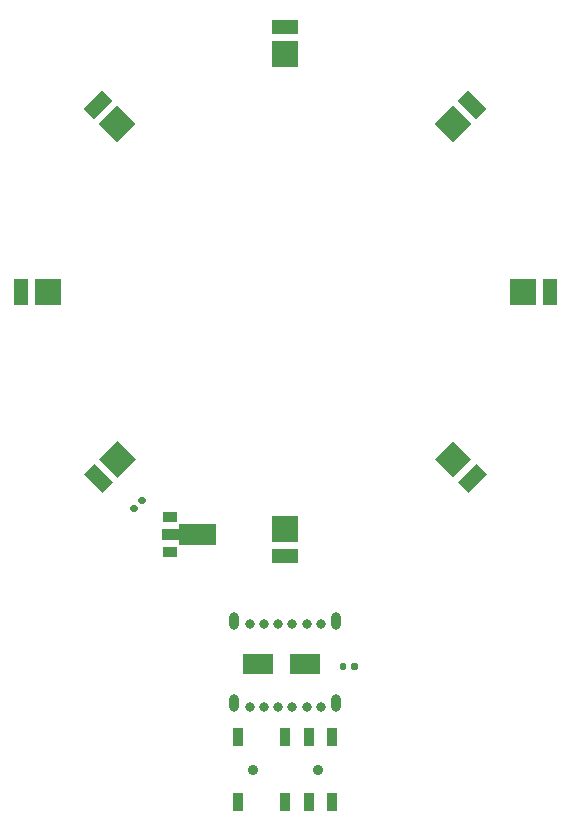
<source format=gbr>
%TF.GenerationSoftware,KiCad,Pcbnew,(5.1.10-1-10_14)*%
%TF.CreationDate,2021-10-20T22:44:44+08:00*%
%TF.ProjectId,led-ring,6c65642d-7269-46e6-972e-6b696361645f,rev?*%
%TF.SameCoordinates,Original*%
%TF.FileFunction,Soldermask,Top*%
%TF.FilePolarity,Negative*%
%FSLAX46Y46*%
G04 Gerber Fmt 4.6, Leading zero omitted, Abs format (unit mm)*
G04 Created by KiCad (PCBNEW (5.1.10-1-10_14)) date 2021-10-20 22:44:44*
%MOMM*%
%LPD*%
G01*
G04 APERTURE LIST*
%ADD10R,2.500000X1.800000*%
%ADD11C,0.900000*%
%ADD12R,0.900000X1.500000*%
%ADD13C,0.100000*%
%ADD14R,1.300000X0.900000*%
%ADD15C,0.800000*%
%ADD16O,0.800000X1.500000*%
%ADD17R,2.200000X1.250000*%
%ADD18R,2.200000X2.200000*%
%ADD19R,1.250000X2.200000*%
G04 APERTURE END LIST*
D10*
%TO.C,D9*%
X-2317500Y-31496000D03*
X1682500Y-31496000D03*
%TD*%
D11*
%TO.C,SW1*%
X2750000Y-40500000D03*
X-2750000Y-40500000D03*
D12*
X4000000Y-43250000D03*
X2000000Y-43250000D03*
X0Y-43250000D03*
X-4000000Y-43250000D03*
X4000000Y-37750000D03*
X2000000Y-37750000D03*
X0Y-37750000D03*
X-4000000Y-37750000D03*
%TD*%
D13*
%TO.C,U3*%
G36*
X-5828000Y-21440500D02*
G01*
X-8953000Y-21440500D01*
X-8953000Y-21024000D01*
X-10428000Y-21024000D01*
X-10428000Y-20124000D01*
X-8953000Y-20124000D01*
X-8953000Y-19707500D01*
X-5828000Y-19707500D01*
X-5828000Y-21440500D01*
G37*
D14*
X-9778000Y-22074000D03*
X-9778000Y-19074000D03*
%TD*%
D15*
%TO.C,U2*%
X3000000Y-28135000D03*
X1800000Y-28135000D03*
X600000Y-28135000D03*
X-600000Y-28135000D03*
X-1800000Y-28135000D03*
X-3000000Y-28135000D03*
D16*
X4325000Y-27865000D03*
X-4325000Y-27865000D03*
%TD*%
D15*
%TO.C,U1*%
X3000000Y-35135000D03*
X1800000Y-35135000D03*
X600000Y-35135000D03*
X-600000Y-35135000D03*
X-1800000Y-35135000D03*
X-3000000Y-35135000D03*
D16*
X4325000Y-34865000D03*
X-4325000Y-34865000D03*
%TD*%
D17*
%TO.C,D8*%
X0Y-22375000D03*
D18*
X0Y-20100000D03*
%TD*%
D13*
%TO.C,D7*%
G36*
X-16157390Y-14601755D02*
G01*
X-14601755Y-16157390D01*
X-15485638Y-17041273D01*
X-17041273Y-15485638D01*
X-16157390Y-14601755D01*
G37*
G36*
X-14212846Y-12657211D02*
G01*
X-12657211Y-14212846D01*
X-14212846Y-15768481D01*
X-15768481Y-14212846D01*
X-14212846Y-12657211D01*
G37*
%TD*%
D19*
%TO.C,D6*%
X-22375000Y0D03*
D18*
X-20100000Y0D03*
%TD*%
D13*
%TO.C,D5*%
G36*
X-14601755Y16157390D02*
G01*
X-16157390Y14601755D01*
X-17041273Y15485638D01*
X-15485638Y17041273D01*
X-14601755Y16157390D01*
G37*
G36*
X-12657211Y14212846D02*
G01*
X-14212846Y12657211D01*
X-15768481Y14212846D01*
X-14212846Y15768481D01*
X-12657211Y14212846D01*
G37*
%TD*%
D17*
%TO.C,D4*%
X0Y22375000D03*
D18*
X0Y20100000D03*
%TD*%
D13*
%TO.C,D3*%
G36*
X16157390Y14601755D02*
G01*
X14601755Y16157390D01*
X15485638Y17041273D01*
X17041273Y15485638D01*
X16157390Y14601755D01*
G37*
G36*
X14212846Y12657211D02*
G01*
X12657211Y14212846D01*
X14212846Y15768481D01*
X15768481Y14212846D01*
X14212846Y12657211D01*
G37*
%TD*%
D19*
%TO.C,D2*%
X22375000Y0D03*
D18*
X20100000Y0D03*
%TD*%
D13*
%TO.C,D1*%
G36*
X14601755Y-16157390D02*
G01*
X16157390Y-14601755D01*
X17041273Y-15485638D01*
X15485638Y-17041273D01*
X14601755Y-16157390D01*
G37*
G36*
X12657211Y-14212846D02*
G01*
X14212846Y-12657211D01*
X15768481Y-14212846D01*
X14212846Y-15768481D01*
X12657211Y-14212846D01*
G37*
%TD*%
%TO.C,C2*%
G36*
G01*
X-12184371Y-18012787D02*
X-12424787Y-17772371D01*
G75*
G02*
X-12424787Y-17574381I98995J98995D01*
G01*
X-12226797Y-17376391D01*
G75*
G02*
X-12028807Y-17376391I98995J-98995D01*
G01*
X-11788391Y-17616807D01*
G75*
G02*
X-11788391Y-17814797I-98995J-98995D01*
G01*
X-11986381Y-18012787D01*
G75*
G02*
X-12184371Y-18012787I-98995J98995D01*
G01*
G37*
G36*
G01*
X-12863193Y-18691609D02*
X-13103609Y-18451193D01*
G75*
G02*
X-13103609Y-18253203I98995J98995D01*
G01*
X-12905619Y-18055213D01*
G75*
G02*
X-12707629Y-18055213I98995J-98995D01*
G01*
X-12467213Y-18295629D01*
G75*
G02*
X-12467213Y-18493619I-98995J-98995D01*
G01*
X-12665203Y-18691609D01*
G75*
G02*
X-12863193Y-18691609I-98995J98995D01*
G01*
G37*
%TD*%
%TO.C,C1*%
G36*
G01*
X5164000Y-31580000D02*
X5164000Y-31920000D01*
G75*
G02*
X5024000Y-32060000I-140000J0D01*
G01*
X4744000Y-32060000D01*
G75*
G02*
X4604000Y-31920000I0J140000D01*
G01*
X4604000Y-31580000D01*
G75*
G02*
X4744000Y-31440000I140000J0D01*
G01*
X5024000Y-31440000D01*
G75*
G02*
X5164000Y-31580000I0J-140000D01*
G01*
G37*
G36*
G01*
X6124000Y-31580000D02*
X6124000Y-31920000D01*
G75*
G02*
X5984000Y-32060000I-140000J0D01*
G01*
X5704000Y-32060000D01*
G75*
G02*
X5564000Y-31920000I0J140000D01*
G01*
X5564000Y-31580000D01*
G75*
G02*
X5704000Y-31440000I140000J0D01*
G01*
X5984000Y-31440000D01*
G75*
G02*
X6124000Y-31580000I0J-140000D01*
G01*
G37*
%TD*%
M02*

</source>
